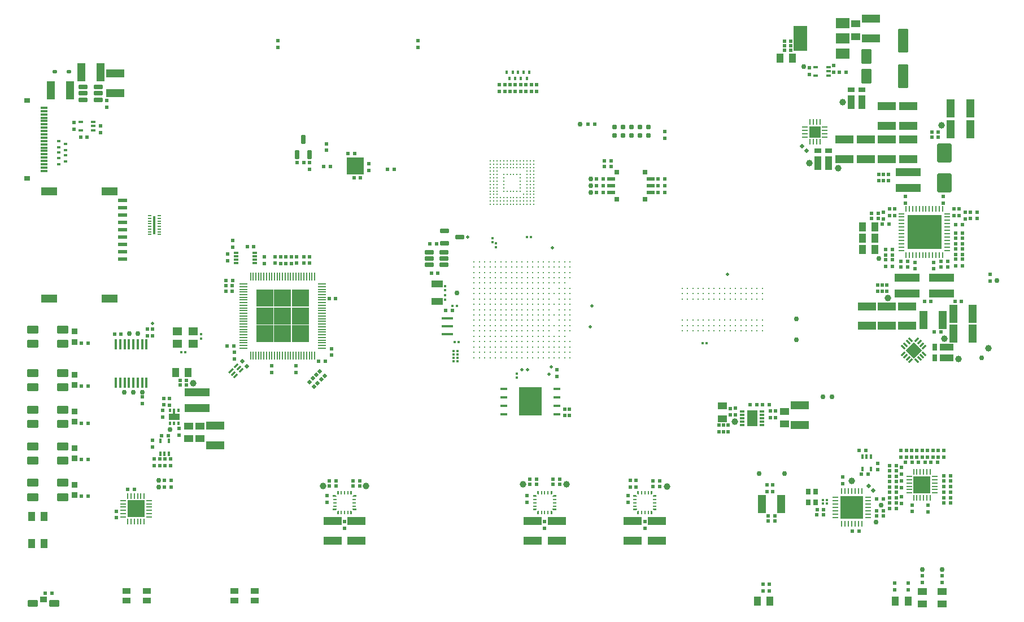
<source format=gtp>
%FSLAX23Y23*%
%MOIN*%
%SFA1B1*%

%IPPOS*%
%AMD20*
4,1,8,0.013400,-0.010000,0.013400,0.010000,0.010000,0.013400,-0.010000,0.013400,-0.013400,0.010000,-0.013400,-0.010000,-0.010000,-0.013400,0.010000,-0.013400,0.013400,-0.010000,0.0*
1,1,0.006700,0.010000,-0.010000*
1,1,0.006700,0.010000,0.010000*
1,1,0.006700,-0.010000,0.010000*
1,1,0.006700,-0.010000,-0.010000*
%
%AMD21*
4,1,8,0.016500,0.002400,0.002400,0.016500,-0.002400,0.016500,-0.016500,0.002400,-0.016500,-0.002400,-0.002400,-0.016500,0.002400,-0.016500,0.016500,-0.002400,0.016500,0.002400,0.0*
1,1,0.006700,0.014100,0.000000*
1,1,0.006700,0.000000,0.014100*
1,1,0.006700,-0.014100,0.000000*
1,1,0.006700,0.000000,-0.014100*
%
%AMD22*
4,1,8,0.040900,-0.036000,0.040900,0.036000,0.036000,0.040900,-0.036000,0.040900,-0.040900,0.036000,-0.040900,-0.036000,-0.036000,-0.040900,0.036000,-0.040900,0.040900,-0.036000,0.0*
1,1,0.009820,0.036000,-0.036000*
1,1,0.009820,0.036000,0.036000*
1,1,0.009820,-0.036000,0.036000*
1,1,0.009820,-0.036000,-0.036000*
%
%AMD23*
4,1,8,0.022200,-0.017400,0.022200,0.017400,0.017400,0.022200,-0.017400,0.022200,-0.022200,0.017400,-0.022200,-0.017400,-0.017400,-0.022200,0.017400,-0.022200,0.022200,-0.017400,0.0*
1,1,0.009780,0.017400,-0.017400*
1,1,0.009780,0.017400,0.017400*
1,1,0.009780,-0.017400,0.017400*
1,1,0.009780,-0.017400,-0.017400*
%
%AMD24*
4,1,8,-0.017700,0.013300,-0.017700,-0.013300,-0.013300,-0.017700,0.013300,-0.017700,0.017700,-0.013300,0.017700,0.013300,0.013300,0.017700,-0.013300,0.017700,-0.017700,0.013300,0.0*
1,1,0.008860,-0.013300,0.013300*
1,1,0.008860,-0.013300,-0.013300*
1,1,0.008860,0.013300,-0.013300*
1,1,0.008860,0.013300,0.013300*
%
%AMD27*
4,1,8,0.025600,0.019700,-0.025600,0.019700,-0.029500,0.015700,-0.029500,-0.015700,-0.025600,-0.019700,0.025600,-0.019700,0.029500,-0.015700,0.029500,0.015700,0.025600,0.019700,0.0*
1,1,0.007880,0.025600,0.015700*
1,1,0.007880,-0.025600,0.015700*
1,1,0.007880,-0.025600,-0.015700*
1,1,0.007880,0.025600,-0.015700*
%
%AMD28*
4,1,8,0.016100,0.017700,-0.016100,0.017700,-0.019700,0.014200,-0.019700,-0.014200,-0.016100,-0.017700,0.016100,-0.017700,0.019700,-0.014200,0.019700,0.014200,0.016100,0.017700,0.0*
1,1,0.007080,0.016100,0.014200*
1,1,0.007080,-0.016100,0.014200*
1,1,0.007080,-0.016100,-0.014200*
1,1,0.007080,0.016100,-0.014200*
%
%AMD31*
4,1,8,0.004900,-0.015000,0.004900,0.015000,0.003700,0.016200,-0.003700,0.016200,-0.004900,0.015000,-0.004900,-0.015000,-0.003700,-0.016200,0.003700,-0.016200,0.004900,-0.015000,0.0*
1,1,0.002460,0.003700,-0.015000*
1,1,0.002460,0.003700,0.015000*
1,1,0.002460,-0.003700,0.015000*
1,1,0.002460,-0.003700,-0.015000*
%
%AMD32*
4,1,8,0.016200,-0.003700,0.016200,0.003700,0.015000,0.004900,-0.015000,0.004900,-0.016200,0.003700,-0.016200,-0.003700,-0.015000,-0.004900,0.015000,-0.004900,0.016200,-0.003700,0.0*
1,1,0.002460,0.015000,-0.003700*
1,1,0.002460,0.015000,0.003700*
1,1,0.002460,-0.015000,0.003700*
1,1,0.002460,-0.015000,-0.003700*
%
%AMD34*
4,1,8,-0.031500,0.038300,-0.031500,-0.038300,-0.026500,-0.043300,0.026500,-0.043300,0.031500,-0.038300,0.031500,0.038300,0.026500,0.043300,-0.026500,0.043300,-0.031500,0.038300,0.0*
1,1,0.010080,-0.026500,0.038300*
1,1,0.010080,-0.026500,-0.038300*
1,1,0.010080,0.026500,-0.038300*
1,1,0.010080,0.026500,0.038300*
%
%AMD35*
4,1,8,0.014100,-0.007100,-0.007100,0.014100,-0.008800,0.014100,-0.014100,0.008800,-0.014100,0.007100,0.007100,-0.014100,0.008800,-0.014100,0.014100,-0.008800,0.014100,-0.007100,0.0*
1,1,0.002460,0.013200,-0.008000*
1,1,0.002460,-0.008000,0.013200*
1,1,0.002460,-0.013200,0.008000*
1,1,0.002460,0.008000,-0.013200*
%
%AMD36*
4,1,8,0.014100,0.008800,0.008800,0.014100,0.007100,0.014100,-0.014100,-0.007100,-0.014100,-0.008800,-0.008800,-0.014100,-0.007100,-0.014100,0.014100,0.007100,0.014100,0.008800,0.0*
1,1,0.002460,0.013200,0.008000*
1,1,0.002460,0.008000,0.013200*
1,1,0.002460,-0.013200,-0.008000*
1,1,0.002460,-0.008000,-0.013200*
%
%AMD37*
4,1,4,0.000000,0.046700,-0.046700,0.000000,0.000000,-0.046700,0.046700,0.000000,0.000000,0.046700,0.0*
%
%AMD44*
4,1,8,0.009600,0.008900,-0.009600,0.008900,-0.011800,0.006600,-0.011800,-0.006600,-0.009600,-0.008900,0.009600,-0.008900,0.011800,-0.006600,0.011800,0.006600,0.009600,0.008900,0.0*
1,1,0.004440,0.009600,0.006600*
1,1,0.004440,-0.009600,0.006600*
1,1,0.004440,-0.009600,-0.006600*
1,1,0.004440,0.009600,-0.006600*
%
%AMD45*
4,1,8,0.023100,0.011800,-0.023100,0.011800,-0.026100,0.008900,-0.026100,-0.008900,-0.023100,-0.011800,0.023100,-0.011800,0.026100,-0.008900,0.026100,0.008900,0.023100,0.011800,0.0*
1,1,0.005900,0.023100,0.008900*
1,1,0.005900,-0.023100,0.008900*
1,1,0.005900,-0.023100,-0.008900*
1,1,0.005900,0.023100,-0.008900*
%
%AMD53*
4,1,4,0.014100,0.000300,0.000300,0.014100,-0.014100,-0.000300,-0.000300,-0.014100,0.014100,0.000300,0.0*
%
%AMD57*
4,1,8,0.000000,-0.023600,0.000000,-0.023600,0.003900,-0.019700,0.003900,0.019700,0.000000,0.023600,0.000000,0.023600,-0.003900,0.019700,-0.003900,-0.019700,0.000000,-0.023600,0.0*
1,1,0.007880,0.000000,-0.019700*
1,1,0.007880,0.000000,-0.019700*
1,1,0.007880,0.000000,0.019700*
1,1,0.007880,0.000000,0.019700*
%
%AMD58*
4,1,8,-0.023600,0.000000,-0.023600,0.000000,-0.019700,-0.003900,0.019700,-0.003900,0.023600,0.000000,0.023600,0.000000,0.019700,0.003900,-0.019700,0.003900,-0.023600,0.000000,0.0*
1,1,0.007880,-0.019700,0.000000*
1,1,0.007880,-0.019700,0.000000*
1,1,0.007880,0.019700,0.000000*
1,1,0.007880,0.019700,0.000000*
%
%AMD61*
4,1,8,0.031200,0.021700,-0.031200,0.021700,-0.034400,0.018400,-0.034400,-0.018400,-0.031200,-0.021700,0.031200,-0.021700,0.034400,-0.018400,0.034400,0.018400,0.031200,0.021700,0.0*
1,1,0.006500,0.031200,0.018400*
1,1,0.006500,-0.031200,0.018400*
1,1,0.006500,-0.031200,-0.018400*
1,1,0.006500,0.031200,-0.018400*
%
%AMD63*
4,1,8,0.017200,-0.003700,0.017200,0.003700,0.016000,0.004900,-0.016000,0.004900,-0.017200,0.003700,-0.017200,-0.003700,-0.016000,-0.004900,0.016000,-0.004900,0.017200,-0.003700,0.0*
1,1,0.002460,0.016000,-0.003700*
1,1,0.002460,0.016000,0.003700*
1,1,0.002460,-0.016000,0.003700*
1,1,0.002460,-0.016000,-0.003700*
%
%AMD64*
4,1,8,0.004900,-0.016000,0.004900,0.016000,0.003700,0.017200,-0.003700,0.017200,-0.004900,0.016000,-0.004900,-0.016000,-0.003700,-0.017200,0.003700,-0.017200,0.004900,-0.016000,0.0*
1,1,0.002460,0.003700,-0.016000*
1,1,0.002460,0.003700,0.016000*
1,1,0.002460,-0.003700,0.016000*
1,1,0.002460,-0.003700,-0.016000*
%
%AMD72*
4,1,8,-0.011800,0.023100,-0.011800,-0.023100,-0.008900,-0.026100,0.008900,-0.026100,0.011800,-0.023100,0.011800,0.023100,0.008900,0.026100,-0.008900,0.026100,-0.011800,0.023100,0.0*
1,1,0.005900,-0.008900,0.023100*
1,1,0.005900,-0.008900,-0.023100*
1,1,0.005900,0.008900,-0.023100*
1,1,0.005900,0.008900,0.023100*
%
%AMD73*
4,1,8,0.019700,-0.004700,0.019700,0.004700,0.018500,0.005900,-0.018500,0.005900,-0.019700,0.004700,-0.019700,-0.004700,-0.018500,-0.005900,0.018500,-0.005900,0.019700,-0.004700,0.0*
1,1,0.002360,0.018500,-0.004700*
1,1,0.002360,0.018500,0.004700*
1,1,0.002360,-0.018500,0.004700*
1,1,0.002360,-0.018500,-0.004700*
%
%AMD74*
4,1,8,0.015700,-0.011800,0.015700,0.011800,0.012800,0.014800,-0.012800,0.014800,-0.015700,0.011800,-0.015700,-0.011800,-0.012800,-0.014800,0.012800,-0.014800,0.015700,-0.011800,0.0*
1,1,0.005900,0.012800,-0.011800*
1,1,0.005900,0.012800,0.011800*
1,1,0.005900,-0.012800,0.011800*
1,1,0.005900,-0.012800,-0.011800*
%
%AMD80*
4,1,8,-0.007900,0.027100,-0.007900,-0.027100,-0.005900,-0.029000,0.005900,-0.029000,0.007900,-0.027100,0.007900,0.027100,0.005900,0.029000,-0.005900,0.029000,-0.007900,0.027100,0.0*
1,1,0.003940,-0.005900,0.027100*
1,1,0.003940,-0.005900,-0.027100*
1,1,0.003940,0.005900,-0.027100*
1,1,0.003940,0.005900,0.027100*
%
%AMD85*
4,1,4,-0.014800,-0.000700,-0.000700,-0.014800,0.014800,0.000700,0.000700,0.014800,-0.014800,-0.000700,0.0*
%
%AMD86*
4,1,4,0.015700,0.007900,0.007900,0.015700,-0.015700,-0.007900,-0.007900,-0.015700,0.015700,0.007900,0.0*
%
%AMD87*
4,1,4,0.014300,0.006500,0.006500,0.014300,-0.014300,-0.006500,-0.006500,-0.014300,0.014300,0.006500,0.0*
%
%AMD89*
4,1,8,-0.015700,0.003700,-0.015700,-0.003700,-0.014500,-0.004900,0.014500,-0.004900,0.015700,-0.003700,0.015700,0.003700,0.014500,0.004900,-0.014500,0.004900,-0.015700,0.003700,0.0*
1,1,0.002460,-0.014500,0.003700*
1,1,0.002460,-0.014500,-0.003700*
1,1,0.002460,0.014500,-0.003700*
1,1,0.002460,0.014500,0.003700*
%
%AMD90*
4,1,8,-0.004900,0.014500,-0.004900,-0.014500,-0.003700,-0.015700,0.003700,-0.015700,0.004900,-0.014500,0.004900,0.014500,0.003700,0.015700,-0.003700,0.015700,-0.004900,0.014500,0.0*
1,1,0.002460,-0.003700,0.014500*
1,1,0.002460,-0.003700,-0.014500*
1,1,0.002460,0.003700,-0.014500*
1,1,0.002460,0.003700,0.014500*
%
%AMD96*
4,1,8,0.017700,0.007900,-0.017700,0.007900,-0.019700,0.005900,-0.019700,-0.005900,-0.017700,-0.007900,0.017700,-0.007900,0.019700,-0.005900,0.019700,0.005900,0.017700,0.007900,0.0*
1,1,0.003940,0.017700,0.005900*
1,1,0.003940,-0.017700,0.005900*
1,1,0.003940,-0.017700,-0.005900*
1,1,0.003940,0.017700,-0.005900*
%
%AMD101*
4,1,8,-0.043300,0.046500,-0.043300,-0.046500,-0.034600,-0.055100,0.034600,-0.055100,0.043300,-0.046500,0.043300,0.046500,0.034600,0.055100,-0.034600,0.055100,-0.043300,0.046500,0.0*
1,1,0.017320,-0.034600,0.046500*
1,1,0.017320,-0.034600,-0.046500*
1,1,0.017320,0.034600,-0.046500*
1,1,0.017320,0.034600,0.046500*
%
%AMD102*
4,1,8,-0.031500,0.063900,-0.031500,-0.063900,-0.026500,-0.068900,0.026500,-0.068900,0.031500,-0.063900,0.031500,0.063900,0.026500,0.068900,-0.026500,0.068900,-0.031500,0.063900,0.0*
1,1,0.010080,-0.026500,0.063900*
1,1,0.010080,-0.026500,-0.063900*
1,1,0.010080,0.026500,-0.063900*
1,1,0.010080,0.026500,0.063900*
%
G04~CAMADD=20~8~0.0~0.0~267.7~267.7~33.5~0.0~15~0.0~0.0~0.0~0.0~0~0.0~0.0~0.0~0.0~0~0.0~0.0~0.0~270.0~268.0~268.0*
%ADD20D20*%
G04~CAMADD=21~8~0.0~0.0~267.7~267.7~33.5~0.0~15~0.0~0.0~0.0~0.0~0~0.0~0.0~0.0~0.0~0~0.0~0.0~0.0~315.0~350.0~350.0*
%ADD21D21*%
G04~CAMADD=22~8~0.0~0.0~818.9~818.9~49.1~0.0~15~0.0~0.0~0.0~0.0~0~0.0~0.0~0.0~0.0~0~0.0~0.0~0.0~270.0~818.0~818.0*
%ADD22D22*%
G04~CAMADD=23~8~0.0~0.0~444.9~444.9~48.9~0.0~15~0.0~0.0~0.0~0.0~0~0.0~0.0~0.0~0.0~0~0.0~0.0~0.0~270.0~444.0~444.0*
%ADD23D23*%
G04~CAMADD=24~8~0.0~0.0~354.3~354.3~44.3~0.0~15~0.0~0.0~0.0~0.0~0~0.0~0.0~0.0~0.0~0~0.0~0.0~0.0~90.0~354.0~354.0*
%ADD24D24*%
%ADD25R,0.023230X0.031500*%
%ADD26R,0.011810X0.023620*%
G04~CAMADD=27~8~0.0~0.0~590.6~393.7~39.4~0.0~15~0.0~0.0~0.0~0.0~0~0.0~0.0~0.0~0.0~0~0.0~0.0~0.0~0.0~590.6~393.7*
%ADD27D27*%
G04~CAMADD=28~8~0.0~0.0~393.7~354.3~35.4~0.0~15~0.0~0.0~0.0~0.0~0~0.0~0.0~0.0~0.0~0~0.0~0.0~0.0~0.0~393.7~354.3*
%ADD28D28*%
%ADD29R,0.020000X0.022000*%
%ADD30R,0.145670X0.047240*%
G04~CAMADD=31~8~0.0~0.0~324.8~98.4~12.3~0.0~15~0.0~0.0~0.0~0.0~0~0.0~0.0~0.0~0.0~0~0.0~0.0~0.0~270.0~98.0~324.0*
%ADD31D31*%
G04~CAMADD=32~8~0.0~0.0~98.4~324.8~12.3~0.0~15~0.0~0.0~0.0~0.0~0~0.0~0.0~0.0~0.0~0~0.0~0.0~0.0~270.0~324.0~98.0*
%ADD32D32*%
%ADD33R,0.066140X0.066140*%
G04~CAMADD=34~8~0.0~0.0~866.1~629.9~50.4~0.0~15~0.0~0.0~0.0~0.0~0~0.0~0.0~0.0~0.0~0~0.0~0.0~0.0~90.0~630.0~866.0*
%ADD34D34*%
G04~CAMADD=35~8~0.0~0.0~324.8~98.4~12.3~0.0~15~0.0~0.0~0.0~0.0~0~0.0~0.0~0.0~0.0~0~0.0~0.0~0.0~315.0~290.0~289.0*
%ADD35D35*%
G04~CAMADD=36~8~0.0~0.0~98.4~324.8~12.3~0.0~15~0.0~0.0~0.0~0.0~0~0.0~0.0~0.0~0.0~0~0.0~0.0~0.0~315.0~290.0~289.0*
%ADD36D36*%
G04~CAMADD=37~10~0.0~661.4~0.0~0.0~0.0~0.0~0~0.0~0.0~0.0~0.0~0~0.0~0.0~0.0~0.0~0~0.0~0.0~0.0~405.0~661.4~0.0*
%ADD37D37*%
%ADD38R,0.013780X0.021650*%
%ADD39R,0.031500X0.011810*%
%ADD40R,0.023620X0.011810*%
%ADD41R,0.021970X0.010000*%
%ADD42R,0.010000X0.021970*%
%ADD43R,0.045000X0.105000*%
G04~CAMADD=44~8~0.0~0.0~236.2~177.2~22.2~0.0~15~0.0~0.0~0.0~0.0~0~0.0~0.0~0.0~0.0~0~0.0~0.0~0.0~0.0~236.2~177.2*
%ADD44D44*%
G04~CAMADD=45~8~0.0~0.0~521.7~236.2~29.5~0.0~15~0.0~0.0~0.0~0.0~0~0.0~0.0~0.0~0.0~0~0.0~0.0~0.0~0.0~521.7~236.2*
%ADD45D45*%
%ADD46R,0.105000X0.045000*%
%ADD47R,0.022000X0.020000*%
%ADD48R,0.019680X0.020470*%
%ADD49C,0.029530*%
%ADD50R,0.015750X0.012210*%
%ADD51C,0.019680*%
%ADD52C,0.039370*%
G04~CAMADD=53~9~0.0~0.0~196.8~204.7~0.0~0.0~0~0.0~0.0~0.0~0.0~0~0.0~0.0~0.0~0.0~0~0.0~0.0~0.0~315.0~282.0~281.0*
%ADD53D53*%
%ADD54R,0.039370X0.082680*%
%ADD55R,0.039370X0.027560*%
%ADD56R,0.020470X0.019680*%
G04~CAMADD=57~8~0.0~0.0~78.7~472.4~39.4~0.0~15~0.0~0.0~0.0~0.0~0~0.0~0.0~0.0~0.0~0~0.0~0.0~0.0~180.0~78.0~472.0*
%ADD57D57*%
G04~CAMADD=58~8~0.0~0.0~78.7~472.4~39.4~0.0~15~0.0~0.0~0.0~0.0~0~0.0~0.0~0.0~0.0~0~0.0~0.0~0.0~90.0~472.0~78.0*
%ADD58D58*%
%ADD59R,0.104990X0.104990*%
%ADD60R,0.040000X0.056000*%
G04~CAMADD=61~8~0.0~0.0~689.0~433.1~32.5~0.0~15~0.0~0.0~0.0~0.0~0~0.0~0.0~0.0~0.0~0~0.0~0.0~0.0~0.0~689.0~433.1*
%ADD61D61*%
%ADD62R,0.032280X0.035000*%
G04~CAMADD=63~8~0.0~0.0~98.4~344.5~12.3~0.0~15~0.0~0.0~0.0~0.0~0~0.0~0.0~0.0~0.0~0~0.0~0.0~0.0~270.0~344.0~98.0*
%ADD63D63*%
G04~CAMADD=64~8~0.0~0.0~344.5~98.4~12.3~0.0~15~0.0~0.0~0.0~0.0~0~0.0~0.0~0.0~0.0~0~0.0~0.0~0.0~270.0~98.0~344.0*
%ADD64D64*%
%ADD65R,0.202760X0.202760*%
%ADD66R,0.038390X0.055120*%
%ADD67R,0.017720X0.012600*%
%ADD68R,0.015750X0.025590*%
%ADD69R,0.102360X0.102360*%
%ADD70R,0.082680X0.039370*%
%ADD71R,0.027560X0.039370*%
G04~CAMADD=72~8~0.0~0.0~521.7~236.2~29.5~0.0~15~0.0~0.0~0.0~0.0~0~0.0~0.0~0.0~0.0~0~0.0~0.0~0.0~90.0~236.0~522.0*
%ADD72D72*%
G04~CAMADD=73~8~0.0~0.0~118.1~393.7~11.8~0.0~15~0.0~0.0~0.0~0.0~0~0.0~0.0~0.0~0.0~0~0.0~0.0~0.0~270.0~394.0~118.0*
%ADD73D73*%
G04~CAMADD=74~8~0.0~0.0~295.3~315.0~29.5~0.0~15~0.0~0.0~0.0~0.0~0~0.0~0.0~0.0~0.0~0~0.0~0.0~0.0~270.0~316.0~295.0*
%ADD74D74*%
%ADD75R,0.094490X0.047240*%
%ADD76R,0.055120X0.024020*%
%ADD77R,0.025590X0.015750*%
%ADD78R,0.016000X0.110000*%
%ADD79R,0.023810X0.008030*%
G04~CAMADD=80~8~0.0~0.0~580.7~157.5~19.7~0.0~15~0.0~0.0~0.0~0.0~0~0.0~0.0~0.0~0.0~0~0.0~0.0~0.0~90.0~158.0~582.0*
%ADD80D80*%
%ADD81R,0.055120X0.047240*%
%ADD82R,0.046000X0.033000*%
%ADD83R,0.056000X0.040000*%
%ADD84R,0.012600X0.017720*%
G04~CAMADD=85~9~0.0~0.0~200.0~220.0~0.0~0.0~0~0.0~0.0~0.0~0.0~0~0.0~0.0~0.0~0.0~0~0.0~0.0~0.0~135.0~296.0~295.0*
%ADD85D85*%
G04~CAMADD=86~9~0.0~0.0~110.2~334.7~0.0~0.0~0~0.0~0.0~0.0~0.0~0~0.0~0.0~0.0~0.0~0~0.0~0.0~0.0~315.0~314.0~313.0*
%ADD86D86*%
G04~CAMADD=87~9~0.0~0.0~110.2~295.3~0.0~0.0~0~0.0~0.0~0.0~0.0~0~0.0~0.0~0.0~0.0~0~0.0~0.0~0.0~315.0~286.0~285.0*
%ADD87D87*%
%ADD88R,0.131890X0.131890*%
G04~CAMADD=89~8~0.0~0.0~98.4~315.0~12.3~0.0~15~0.0~0.0~0.0~0.0~0~0.0~0.0~0.0~0.0~0~0.0~0.0~0.0~90.0~314.0~98.0*
%ADD89D89*%
G04~CAMADD=90~8~0.0~0.0~315.0~98.4~12.3~0.0~15~0.0~0.0~0.0~0.0~0~0.0~0.0~0.0~0.0~0~0.0~0.0~0.0~90.0~98.0~314.0*
%ADD90D90*%
%ADD91R,0.029530X0.033470*%
%ADD92R,0.055120X0.038390*%
%ADD93R,0.029530X0.011810*%
%ADD94R,0.064960X0.094490*%
%ADD95R,0.012210X0.015750*%
G04~CAMADD=96~8~0.0~0.0~393.7~157.5~19.7~0.0~15~0.0~0.0~0.0~0.0~0~0.0~0.0~0.0~0.0~0~0.0~0.0~0.0~0.0~393.7~157.5*
%ADD96D96*%
%ADD97R,0.133860X0.169290*%
%ADD98R,0.068900X0.015750*%
%ADD99R,0.066930X0.043310*%
%ADD100C,0.012600*%
G04~CAMADD=101~8~0.0~0.0~1102.4~866.1~86.6~0.0~15~0.0~0.0~0.0~0.0~0~0.0~0.0~0.0~0.0~0~0.0~0.0~0.0~90.0~866.0~1102.0*
%ADD101D101*%
G04~CAMADD=102~8~0.0~0.0~1378.0~629.9~50.4~0.0~15~0.0~0.0~0.0~0.0~0~0.0~0.0~0.0~0.0~0~0.0~0.0~0.0~90.0~630.0~1378.0*
%ADD102D102*%
%ADD103R,0.078740X0.059060*%
%ADD104R,0.078740X0.149610*%
%ADD105C,0.010430*%
%ADD106R,0.047240X0.019680*%
%ADD107R,0.027560X0.027560*%
%ADD108C,0.031000*%
%LNbenchy-mb-pcb-changes-1*%
%LPD*%
G36*
X1697Y1946D02*
X1723D01*
Y1908*
X1658*
Y1946*
X1684*
Y1976*
X1697*
Y1946*
G37*
G36*
X2740Y1473D02*
X2735Y1468D01*
X2730*
Y1490*
X2740*
Y1473*
G37*
G36*
X2662Y1468D02*
X2657D01*
X2652Y1473*
Y1490*
X2662*
Y1468*
G37*
G36*
X4512Y1473D02*
X4507Y1468D01*
X4502*
Y1490*
X4512*
Y1473*
G37*
G36*
X4434Y1468D02*
X4429D01*
X4424Y1473*
Y1490*
X4434*
Y1468*
G37*
G36*
X3921Y1473D02*
X3916Y1468D01*
X3911*
Y1490*
X3921*
Y1473*
G37*
G36*
X3843Y1468D02*
X3838D01*
X3833Y1473*
Y1490*
X3843*
Y1468*
G37*
G36*
X2765Y1455D02*
X2743D01*
Y1460*
X2748Y1465*
X2765*
Y1455*
G37*
G36*
X2649Y1460D02*
Y1455D01*
X2627*
Y1465*
X2644*
X2649Y1460*
G37*
G36*
X4537Y1455D02*
X4515D01*
Y1460*
X4520Y1465*
X4537*
Y1455*
G37*
G36*
X4421Y1460D02*
Y1455D01*
X4399*
Y1465*
X4416*
X4421Y1460*
G37*
G36*
X3946Y1455D02*
X3924D01*
Y1460*
X3929Y1465*
X3946*
Y1455*
G37*
G36*
X3830Y1460D02*
Y1455D01*
X3808*
Y1465*
X3825*
X3830Y1460*
G37*
G36*
X2765Y1377D02*
X2748D01*
X2743Y1382*
Y1387*
X2765*
Y1377*
G37*
G36*
X2649Y1382D02*
X2644Y1377D01*
X2627*
Y1387*
X2649*
Y1382*
G37*
G36*
X4537Y1377D02*
X4520D01*
X4515Y1382*
Y1387*
X4537*
Y1377*
G37*
G36*
X4421Y1382D02*
X4416Y1377D01*
X4399*
Y1387*
X4421*
Y1382*
G37*
G36*
X3946Y1377D02*
X3929D01*
X3924Y1382*
Y1387*
X3946*
Y1377*
G37*
G36*
X3830Y1382D02*
X3825Y1377D01*
X3808*
Y1387*
X3830*
Y1382*
G37*
G36*
X2740Y1369D02*
Y1352D01*
X2730*
Y1374*
X2735*
X2740Y1369*
G37*
G36*
X2662Y1352D02*
X2652D01*
Y1369*
X2657Y1374*
X2662*
Y1352*
G37*
G36*
X4512Y1369D02*
Y1352D01*
X4502*
Y1374*
X4507*
X4512Y1369*
G37*
G36*
X4434Y1352D02*
X4424D01*
Y1369*
X4429Y1374*
X4434*
Y1352*
G37*
G36*
X3921Y1369D02*
Y1352D01*
X3911*
Y1374*
X3916*
X3921Y1369*
G37*
G36*
X3843Y1352D02*
X3833D01*
Y1369*
X3838Y1374*
X3843*
Y1352*
G37*
G54D20*
X5455Y3627D03*
X5488D03*
Y3594D03*
X5455D03*
G54D21*
X6031Y2320D03*
X6055Y2344D03*
X6078Y2320D03*
X6055Y2297D03*
G54D22*
X6067Y2968D03*
Y3070D03*
X6168Y2968D03*
Y3070D03*
G54D23*
X6129Y1553D03*
Y1501D03*
X6078Y1553D03*
Y1501D03*
X1439Y1359D03*
X1490D03*
X1439Y1410D03*
X1490D03*
G54D24*
X5644Y1437D03*
X5733Y1393D03*
X5644D03*
X5688Y1349D03*
X5733Y1437D03*
Y1349D03*
X5688Y1437D03*
X5644Y1349D03*
X5688Y1393D03*
G54D25*
X5118Y1938D03*
X5086D03*
Y1899D03*
X5118D03*
G54D26*
X3787Y3963D03*
X3751D03*
X3720D03*
X3688D03*
X3653D03*
X3669Y3926D03*
X3704D03*
X3736D03*
X3771D03*
G54D27*
X983Y826D03*
X857D03*
G54D28*
X920Y850D03*
G54D29*
X928Y887D03*
X968D03*
X6231Y1482D03*
X6271D03*
X5913Y1545D03*
X5953D03*
X5913Y1576D03*
X5953D03*
X5913Y1639D03*
X5953D03*
X5913Y1484D03*
X5953D03*
X5913Y1450D03*
X5953D03*
X5913Y1387D03*
X5953D03*
X2035Y2734D03*
X1995D03*
X6256Y2846D03*
X6216D03*
X6256Y2814D03*
X6216D03*
X6342Y3013D03*
X6302D03*
Y2950D03*
X6342D03*
Y2887D03*
X6302D03*
X5980Y2814D03*
X6020D03*
Y2846D03*
X5980D03*
X5483Y1348D03*
X5523D03*
X5747Y1588D03*
X5787D03*
X5836Y1442D03*
X5876D03*
X5731Y1730D03*
X5771D03*
X6047Y1659D03*
X6007D03*
X6122D03*
X6082D03*
X6197D03*
X6157D03*
X6271Y1419D03*
X6231D03*
X6271Y1450D03*
X6231D03*
X6271Y1515D03*
X6231D03*
X6271Y1549D03*
X6231D03*
X6271Y1580D03*
X6231D03*
X5929Y2883D03*
X5889D03*
X2988Y3391D03*
X2948D03*
X2574Y3407D03*
X2614D03*
X2457Y3431D03*
X2417D03*
X2785Y1519D03*
X2745D03*
Y1549D03*
X2785D03*
X2607Y1519D03*
X2647D03*
Y1549D03*
X2607D03*
X1417Y1501D03*
X1457D03*
X4515Y1517D03*
X4555D03*
Y1549D03*
X4515D03*
X3966Y1529D03*
X3926D03*
Y1559D03*
X3966D03*
X3789Y1529D03*
X3829D03*
Y1559D03*
X3789D03*
X1141Y2108D03*
X1181D03*
X1141Y2364D03*
X1181D03*
X1141Y1675D03*
X1181D03*
X1141Y1891D03*
X1181D03*
X1617Y1816D03*
X1657D03*
X1633Y1553D03*
X1673D03*
Y1513D03*
X1633D03*
X5201Y2001D03*
X5161D03*
X5130D03*
X5090D03*
X3294Y2557D03*
X3334D03*
X3200Y2950D03*
X3240D03*
X5657Y3962D03*
X5617D03*
X4228Y3438D03*
X4268D03*
X4228Y3407D03*
X4268D03*
X4224Y3332D03*
X4184D03*
X4224Y3293D03*
X4184D03*
X4224Y3253D03*
X4184D03*
X4586Y3332D03*
X4546D03*
X4586Y3293D03*
X4546D03*
X4586Y3253D03*
X4546D03*
X4133Y3655D03*
X4173D03*
X1181Y1458D03*
X1141D03*
G54D30*
X6220Y2751D03*
Y2657D03*
X6015Y2751D03*
Y2657D03*
X6023Y3279D03*
Y3374D03*
X1826Y1978D03*
Y2072D03*
G54D31*
X5501Y3669D03*
X5481D03*
X5461D03*
X5442D03*
Y3553D03*
X5461D03*
X5481D03*
X5501D03*
X1415Y1461D03*
X1435D03*
X1455D03*
X1475D03*
X1494D03*
X1514D03*
Y1308D03*
X1494D03*
X1475D03*
X1455D03*
X1435D03*
X1415D03*
G54D32*
X5414Y3640D03*
Y3621D03*
Y3601D03*
Y3581D03*
X5529D03*
Y3601D03*
Y3621D03*
Y3640D03*
X1388Y1336D03*
Y1355D03*
Y1375D03*
Y1395D03*
Y1414D03*
Y1434D03*
X1541D03*
Y1414D03*
X1541Y1395D03*
Y1375D03*
X1541Y1355D03*
Y1336D03*
G54D33*
X5471Y3611D03*
G54D34*
X5775Y3938D03*
Y4057D03*
G54D35*
X6035Y2382D03*
X6021Y2368D03*
X6007Y2354D03*
X5993Y2340D03*
X6074Y2259D03*
X6088Y2273D03*
X6102Y2287D03*
X6116Y2301D03*
G54D36*
X5993Y2301D03*
X6007Y2287D03*
X6021Y2273D03*
X6035Y2259D03*
X6116Y2340D03*
X6102Y2354D03*
X6088Y2368D03*
X6074Y2382D03*
G54D37*
X6055Y2320D03*
G54D38*
X1716Y1888D03*
X1690D03*
X1665D03*
X1716Y1965D03*
X1665D03*
G54D39*
X2165Y2895D03*
Y2875D03*
Y2856D03*
Y2836D03*
X2055D03*
Y2856D03*
Y2875D03*
Y2895D03*
G54D40*
X1010Y3555D03*
Y3519D03*
Y3488D03*
Y3456D03*
Y3421D03*
X1048Y3437D03*
Y3472D03*
Y3503D03*
Y3539D03*
G54D41*
X4410Y1440D03*
Y1421D03*
Y1401D03*
X4526D03*
Y1421D03*
Y1440D03*
X3819D03*
Y1421D03*
Y1401D03*
X3935D03*
Y1421D03*
Y1440D03*
X2638D03*
Y1421D03*
Y1401D03*
X2754D03*
Y1421D03*
Y1440D03*
G54D42*
X4449Y1363D03*
X4468D03*
X4488D03*
Y1479D03*
X4468D03*
X4449D03*
X3858Y1363D03*
X3877D03*
X3897D03*
Y1479D03*
X3877D03*
X3858D03*
X2677Y1363D03*
X2696D03*
X2716D03*
Y1479D03*
X2696D03*
X2677D03*
G54D43*
X1256Y3964D03*
X1141D03*
X961Y3856D03*
X1077D03*
X6227Y2500D03*
X6111D03*
X5158Y1413D03*
X5274D03*
X6288Y2535D03*
X6404D03*
X6288Y2421D03*
X6404D03*
X6272Y3625D03*
X6388D03*
X6272Y3751D03*
X6388D03*
G54D44*
X1068Y3966D03*
X986D03*
G54D45*
X1154Y3875D03*
Y3838D03*
Y3801D03*
X1243D03*
Y3838D03*
Y3875D03*
X3285Y3027D03*
Y2952D03*
X3375Y2990D03*
X3284Y2826D03*
Y2864D03*
Y2901D03*
X3195D03*
Y2864D03*
Y2826D03*
G54D46*
X1344Y3955D03*
Y3839D03*
X6023Y3449D03*
Y3565D03*
X5897Y3449D03*
Y3565D03*
X5771Y3449D03*
Y3565D03*
X5645Y3449D03*
Y3565D03*
X6015Y2581D03*
Y2465D03*
X5897Y2581D03*
Y2465D03*
X5779Y2581D03*
Y2465D03*
X2767Y1197D03*
Y1313D03*
X2625Y1197D03*
Y1313D03*
X3807Y1197D03*
Y1313D03*
X3948Y1197D03*
Y1313D03*
X4397D03*
Y1197D03*
X4539Y1313D03*
Y1197D03*
X1933Y1758D03*
Y1875D03*
X5381Y1880D03*
Y1997D03*
X6023Y3762D03*
Y3646D03*
X5897Y3762D03*
Y3646D03*
X5803Y4164D03*
Y4280D03*
G54D47*
X5984Y1455D03*
Y1415D03*
X2381Y2834D03*
Y2874D03*
X2350Y2834D03*
Y2874D03*
X2318Y2834D03*
Y2874D03*
X2224D03*
Y2834D03*
X2035Y2930D03*
Y2970D03*
X2007Y2850D03*
Y2890D03*
X5877Y3136D03*
Y3096D03*
X5913Y3155D03*
Y3115D03*
X6322Y3155D03*
Y3115D03*
X6358Y3136D03*
Y3096D03*
X5204Y939D03*
Y899D03*
X5165Y939D03*
Y899D03*
X5224Y1485D03*
Y1525D03*
X5188Y1485D03*
Y1525D03*
X5984Y1509D03*
Y1549D03*
Y1588D03*
Y1628D03*
X6232Y1730D03*
Y1690D03*
X6169D03*
Y1730D03*
X6137Y1690D03*
Y1730D03*
X6074D03*
Y1690D03*
X6043D03*
Y1730D03*
X5980D03*
Y1690D03*
X6139Y1367D03*
Y1407D03*
X5944Y3115D03*
Y3155D03*
X2838Y3423D03*
Y3383D03*
X2488Y3391D03*
Y3431D03*
X1293Y3755D03*
Y3795D03*
X1255Y3645D03*
Y3605D03*
X1098Y3665D03*
Y3625D03*
X1531Y2407D03*
Y2447D03*
X1562D03*
Y2407D03*
X2594Y1422D03*
Y1462D03*
X4370D03*
Y1422D03*
X4417Y1553D03*
Y1513D03*
X4381D03*
Y1553D03*
X3771Y1422D03*
Y1462D03*
X1503Y2045D03*
Y2005D03*
X1661Y2037D03*
Y1997D03*
X1622Y1966D03*
Y1926D03*
X1574Y1639D03*
Y1679D03*
X1669D03*
Y1639D03*
X1637D03*
Y1679D03*
X2047Y2271D03*
Y2311D03*
X6106Y990D03*
Y950D03*
X6224Y990D03*
Y950D03*
X6023Y907D03*
Y947D03*
X5944Y907D03*
Y947D03*
X5240Y1922D03*
Y1962D03*
X5208D03*
Y1922D03*
X5003Y1978D03*
Y1938D03*
X3948Y2167D03*
Y2207D03*
X6505Y2770D03*
Y2730D03*
X6291Y3115D03*
Y3155D03*
X5440Y3988D03*
Y3948D03*
X5584Y4004D03*
Y3964D03*
X2303Y4151D03*
Y4111D03*
X3129Y4151D03*
Y4111D03*
X4586Y3572D03*
Y3612D03*
X3830Y3850D03*
Y3890D03*
X3799Y3850D03*
Y3890D03*
X3767Y3850D03*
Y3890D03*
X3736Y3850D03*
Y3890D03*
X3704Y3850D03*
Y3890D03*
X3673Y3850D03*
Y3890D03*
X3641Y3850D03*
Y3890D03*
X3610Y3850D03*
Y3890D03*
G54D48*
X5914Y1608D03*
X5951D03*
X5914Y1513D03*
X5951D03*
X5914Y1419D03*
X5951D03*
X1996Y2702D03*
X2034D03*
X1725Y2116D03*
X1762D03*
X1725Y2143D03*
X1762D03*
X2160Y2933D03*
X2122D03*
X2034Y2671D03*
X1996D03*
X5870Y3066D03*
X5908D03*
X5807Y3100D03*
X5845D03*
X6215Y2429D03*
X6177D03*
X6118Y2608D03*
X6156D03*
X6428Y3135D03*
X6390D03*
X6428Y3100D03*
X6390D03*
X6341Y3064D03*
X6303D03*
X6341Y2982D03*
X6303D03*
X6341Y2919D03*
X6303D03*
X5522Y1379D03*
X5485D03*
X5197Y1314D03*
X5235D03*
X5197Y1344D03*
X5235D03*
X6298Y2610D03*
X6335D03*
X5890Y2915D03*
X5928D03*
X5807Y3131D03*
X5845D03*
X2790Y3340D03*
X2752D03*
X2755Y3482D03*
X2717D03*
X1138Y3580D03*
X1176D03*
X1339Y2415D03*
X1377D03*
X2042Y2346D03*
X2004D03*
X2544Y2257D03*
X2581D03*
X2607Y2627D03*
X2644D03*
X5837Y1374D03*
X5875D03*
X5837Y1344D03*
X5875D03*
X5693Y1253D03*
X5731D03*
X3209Y2777D03*
X3247D03*
X6200Y3578D03*
X6162D03*
X6200Y3610D03*
X6162D03*
X5329Y4147D03*
X5292D03*
X5329Y4120D03*
X5292D03*
X5329Y4092D03*
X5292D03*
G54D49*
X3360Y2661D03*
X1397Y2072D03*
X1448D03*
X1503D03*
X5291Y1592D03*
X5141D03*
X5574Y2045D03*
X5519D03*
X5862Y1407D03*
X5850Y2864D03*
X1476Y2421D03*
X1425Y2419D03*
X1665Y1852D03*
X1598Y1553D03*
Y1513D03*
X5834Y1305D03*
X6224Y1025D03*
X6106D03*
X5362Y2505D03*
Y2383D03*
X6456Y2277D03*
X6547Y2734D03*
X5405Y3996D03*
X4149Y3253D03*
Y3293D03*
Y3332D03*
X4086Y3655D03*
G54D50*
X3370Y2368D03*
X3346D03*
X3362Y2316D03*
X3338D03*
X3362Y2297D03*
X3338D03*
X3362Y2277D03*
X3338D03*
X3362Y2257D03*
X3338D03*
X3771Y2990D03*
X3795D03*
X4834Y2364D03*
X4810D03*
G54D51*
X3917Y2222D03*
X1562Y2478D03*
X3901Y2179D03*
X3775Y2206D03*
X3744D03*
X3421Y2990D03*
X3921Y2927D03*
X4145Y2458D03*
X4157Y2584D03*
X4956Y2769D03*
G54D52*
X1803Y2127D03*
X5440Y3427D03*
X5608Y3397D03*
X6236Y2389D03*
X5901Y2631D03*
X5688Y1549D03*
X5635Y3785D03*
X2568Y1519D03*
X2824D03*
X4598Y1517D03*
X4005Y1529D03*
X3750D03*
X5000Y1899D03*
X6318Y2271D03*
X6496Y2332D03*
X6220Y3649D03*
G54D53*
X5396Y3527D03*
X5422Y3500D03*
X5816Y1492D03*
X5789Y1519D03*
G54D54*
X5490Y3427D03*
X5553D03*
X5685Y3787D03*
X5748D03*
G54D55*
X5553Y3499D03*
X5490D03*
X5748Y3859D03*
X5685D03*
G54D56*
X2456Y2835D03*
Y2873D03*
X2488Y2835D03*
Y2873D03*
X2413Y2835D03*
Y2873D03*
X2287Y2835D03*
Y2873D03*
X6062Y2841D03*
Y2803D03*
X6173Y2841D03*
Y2803D03*
X6342Y2821D03*
Y2859D03*
X6303D03*
Y2821D03*
X5897Y2670D03*
Y2707D03*
X5870Y2670D03*
Y2707D03*
X5842Y2670D03*
Y2707D03*
X5637Y1534D03*
Y1572D03*
X6045Y1406D03*
Y1368D03*
X5842Y1616D03*
Y1654D03*
X6200Y1729D03*
Y1691D03*
X6011Y1729D03*
Y1691D03*
X6106Y1729D03*
Y1691D03*
X5929Y2855D03*
Y2817D03*
X5889Y2855D03*
Y2817D03*
X6007Y3191D03*
Y3229D03*
X5905Y3361D03*
Y3323D03*
X5877Y3361D03*
Y3323D03*
X5850Y3361D03*
Y3323D03*
X2588Y3502D03*
Y3540D03*
X1350Y1371D03*
Y1333D03*
X2696Y1270D03*
Y1308D03*
X3877Y1270D03*
Y1308D03*
X4468D03*
Y1270D03*
X1629Y1998D03*
Y2036D03*
X1720Y1821D03*
Y1859D03*
X1562Y1750D03*
Y1788D03*
X1606Y1678D03*
Y1640D03*
X2267Y2229D03*
Y2191D03*
X2409Y2229D03*
Y2191D03*
X2618Y2329D03*
Y2292D03*
X4972Y1939D03*
Y1977D03*
X4960Y1879D03*
Y1841D03*
X4933Y1879D03*
Y1841D03*
X4905Y1879D03*
Y1841D03*
X3996Y1973D03*
Y1935D03*
X4023Y1973D03*
Y1935D03*
X6228Y3191D03*
Y3229D03*
G54D57*
X2141Y2291D03*
X2157D03*
X2173D03*
X2188D03*
X2204D03*
X2220D03*
X2236D03*
X2251D03*
X2267D03*
X2283D03*
X2299D03*
X2314D03*
X2330D03*
X2346D03*
X2362D03*
X2377D03*
X2393D03*
X2409D03*
X2425D03*
X2440D03*
X2456D03*
X2472D03*
X2488D03*
X2503D03*
X2519D03*
Y2755D03*
X2503D03*
X2488D03*
X2472Y2755D03*
X2456D03*
X2440D03*
X2425D03*
X2409D03*
X2393D03*
X2377D03*
X2362Y2755D03*
X2346Y2755D03*
X2330Y2755D03*
X2314Y2755D03*
X2299Y2755D03*
X2283Y2755D03*
X2267D03*
X2251D03*
X2236D03*
X2220D03*
X2204D03*
X2188D03*
X2173Y2755D03*
X2157D03*
X2141D03*
G54D58*
X2562Y2334D03*
Y2350D03*
Y2366D03*
Y2381D03*
Y2397D03*
Y2413D03*
Y2429D03*
Y2444D03*
Y2460D03*
Y2476D03*
Y2492D03*
Y2507D03*
Y2523D03*
Y2539D03*
Y2555D03*
Y2570D03*
Y2586D03*
Y2602D03*
Y2618D03*
Y2633D03*
Y2649D03*
Y2665D03*
Y2681D03*
Y2696D03*
Y2712D03*
X2098D03*
Y2696D03*
Y2681D03*
Y2665D03*
Y2649D03*
Y2633D03*
Y2618D03*
Y2602D03*
Y2586D03*
Y2570D03*
Y2555D03*
Y2539D03*
Y2523D03*
Y2507D03*
Y2492D03*
Y2476D03*
Y2460D03*
Y2444D03*
Y2429D03*
Y2413D03*
Y2397D03*
Y2381D03*
Y2366D03*
Y2350D03*
Y2334D03*
G54D59*
X2225Y2418D03*
X2330D03*
X2435D03*
X2225Y2523D03*
X2330D03*
X2435D03*
X2225Y2628D03*
X2330D03*
X2435D03*
G54D60*
X1773Y2190D03*
X1698D03*
X5751Y2915D03*
X5826D03*
X5751Y2982D03*
X5826D03*
X5751Y3049D03*
X5826D03*
X5265Y4045D03*
X5340D03*
G54D61*
X856Y2443D03*
X1033D03*
X856Y2359D03*
X1033D03*
X856Y1538D03*
X1033D03*
X856Y1453D03*
X1033D03*
X856Y1754D03*
X1033D03*
X856Y1670D03*
X1033D03*
X856Y1971D03*
X1033D03*
X856Y1886D03*
X1033D03*
X856Y2187D03*
X1033D03*
X856Y2103D03*
X1033D03*
G54D62*
X1102Y2115D03*
Y2176D03*
Y2371D03*
Y2432D03*
Y1682D03*
Y1743D03*
Y1898D03*
Y1959D03*
Y1526D03*
Y1465D03*
G54D63*
X5982Y2911D03*
Y2950D03*
Y2970D03*
Y2990D03*
Y2931D03*
Y3049D03*
Y3088D03*
Y3068D03*
Y3009D03*
Y3029D03*
Y3108D03*
Y3127D03*
X6253Y2931D03*
Y2911D03*
Y3009D03*
Y2990D03*
Y2970D03*
Y2950D03*
Y3049D03*
Y3127D03*
Y3108D03*
Y3029D03*
Y3088D03*
Y3068D03*
X6180Y1557D03*
Y1537D03*
Y1576D03*
Y1517D03*
Y1498D03*
Y1478D03*
X6028Y1576D03*
Y1557D03*
Y1517D03*
Y1498D03*
Y1537D03*
Y1478D03*
G54D64*
X6029Y2884D03*
X6009D03*
X6049D03*
X6068D03*
X6088D03*
X6108D03*
X6029Y3155D03*
X6009D03*
X6049D03*
X6108D03*
X6068D03*
X6088D03*
X6147Y2884D03*
X6127D03*
X6187D03*
X6167D03*
X6206D03*
X6226D03*
X6127Y3155D03*
X6147D03*
X6206D03*
X6167D03*
X6187D03*
X6226D03*
X6153Y1603D03*
X6114D03*
X6133D03*
X6153Y1451D03*
X6133D03*
X6114D03*
X6094Y1603D03*
X6074D03*
X6055D03*
X6074Y1451D03*
X6094D03*
X6055D03*
G54D65*
X6118Y3019D03*
G54D66*
X5132Y838D03*
X5206D03*
X848Y1338D03*
X922D03*
X848Y1181D03*
X922D03*
X5947Y838D03*
X6021D03*
G54D67*
X5544Y1415D03*
X5518D03*
X1731Y2309D03*
X1756D03*
X3359Y2584D03*
X3333D03*
X5544Y1435D03*
X5518D03*
G54D68*
X5803Y1694D03*
X5777D03*
X5751D03*
Y1620D03*
X5803D03*
X1608Y1710D03*
X1633D03*
X1659D03*
Y1785D03*
X1608D03*
G54D69*
X6104Y1527D03*
X1465Y1385D03*
X2759Y3411D03*
G54D70*
X6250Y2275D03*
Y2338D03*
G54D71*
X6178Y2338D03*
Y2275D03*
G54D72*
X2415Y3476D03*
X2490D03*
X2452Y3566D03*
G54D73*
X921Y3753D03*
Y3734D03*
Y3714D03*
Y3694D03*
Y3675D03*
Y3655D03*
Y3635D03*
Y3616D03*
Y3596D03*
Y3576D03*
Y3557D03*
Y3537D03*
Y3517D03*
Y3498D03*
Y3478D03*
Y3458D03*
Y3438D03*
Y3419D03*
Y3399D03*
Y3379D03*
G54D74*
X822Y3336D03*
Y3797D03*
G54D75*
X954Y2625D03*
X1309D03*
X954Y3260D03*
X1309D03*
G54D76*
X1387Y3206D03*
Y3163D03*
Y3119D03*
Y3076D03*
Y3033D03*
Y2989D03*
Y2946D03*
Y2903D03*
Y2860D03*
G54D77*
X1214Y3620D03*
Y3645D03*
Y3671D03*
X1139D03*
Y3620D03*
X5551Y3994D03*
Y3968D03*
Y3942D03*
X5476Y3994D03*
Y3942D03*
G54D78*
X1574Y3061D03*
G54D79*
X1546Y3005D03*
Y3021D03*
Y3037D03*
Y3053D03*
Y3068D03*
Y3084D03*
Y3100D03*
Y3116D03*
X1603D03*
Y3100D03*
Y3084D03*
Y3068D03*
Y3053D03*
Y3037D03*
Y3021D03*
Y3005D03*
G54D80*
X1347Y2131D03*
X1373D03*
X1398D03*
X1424D03*
X1449D03*
X1475D03*
X1501D03*
X1526D03*
Y2356D03*
X1501D03*
X1475D03*
X1449D03*
X1424D03*
X1398D03*
X1373D03*
X1347D03*
G54D81*
X1708Y2433D03*
Y2358D03*
X1803D03*
Y2433D03*
G54D82*
X2166Y899D03*
Y844D03*
X2046Y899D03*
Y844D03*
X1528Y899D03*
Y844D03*
X1408Y899D03*
Y844D03*
G54D83*
X1842Y1874D03*
Y1799D03*
X1775Y1874D03*
Y1799D03*
X5291Y1960D03*
Y1885D03*
X4925Y1992D03*
Y1917D03*
X5712Y4173D03*
Y4248D03*
G54D84*
X1850Y2416D03*
Y2390D03*
X3289Y2646D03*
Y2621D03*
Y2676D03*
Y2701D03*
G54D85*
X2120Y2227D03*
X2092Y2256D03*
X2579Y2169D03*
X2550Y2197D03*
X2516Y2106D03*
X2488Y2134D03*
X2537Y2127D03*
X2509Y2155D03*
X2558Y2148D03*
X2529Y2176D03*
G54D86*
X2026Y2200D03*
G54D87*
X2039Y2184D03*
X2053Y2170D03*
X2085Y2202D03*
X2071Y2216D03*
X2057Y2230D03*
G54D88*
X5688Y1393D03*
G54D89*
X5592Y1334D03*
Y1354D03*
Y1374D03*
Y1393D03*
Y1413D03*
Y1433D03*
Y1452D03*
X5785D03*
Y1433D03*
Y1413D03*
Y1393D03*
Y1374D03*
Y1354D03*
Y1334D03*
G54D90*
X5629Y1490D03*
X5649D03*
X5669D03*
X5688D03*
X5708D03*
X5728D03*
X5748D03*
Y1297D03*
X5728D03*
X5708D03*
X5688D03*
X5669D03*
X5649D03*
X5629D03*
G54D91*
X5477Y1424D03*
X5432D03*
X5477Y1485D03*
X5432D03*
G54D92*
X6106Y897D03*
Y823D03*
X6224Y897D03*
Y823D03*
G54D93*
X5160Y1958D03*
Y1938D03*
Y1879D03*
Y1919D03*
Y1899D03*
X5044Y1958D03*
Y1938D03*
Y1919D03*
Y1879D03*
Y1899D03*
G54D94*
X5102Y1919D03*
G54D95*
X3712Y2183D03*
Y2159D03*
X3570Y2982D03*
Y2958D03*
X3590Y2930D03*
Y2954D03*
G54D96*
X3635Y2094D03*
Y2044D03*
Y1994D03*
Y1944D03*
X3950D03*
Y1994D03*
Y2044D03*
Y2094D03*
G54D97*
X3793Y2019D03*
G54D98*
X3303Y2509D03*
Y2462D03*
Y2415D03*
G54D99*
X3242Y2714D03*
Y2608D03*
G54D100*
X3460Y2277D03*
Y2309D03*
X3492Y2277D03*
Y2340D03*
Y2309D03*
X3460Y2340D03*
Y2403D03*
Y2372D03*
X3492D03*
Y2403D03*
X3523D03*
Y2277D03*
X3555Y2309D03*
X3586Y2277D03*
X3555D03*
X3586Y2309D03*
X3523D03*
Y2372D03*
Y2340D03*
X3555D03*
Y2403D03*
Y2372D03*
X3492Y2435D03*
X3460D03*
X3492Y2466D03*
X3460D03*
Y2529D03*
Y2498D03*
X3492D03*
Y2529D03*
X3523Y2561D03*
Y2435D03*
Y2466D03*
X3555D03*
X3586Y2435D03*
X3555D03*
X3586Y2466D03*
X3523Y2498D03*
Y2529D03*
X3555D03*
X3586Y2498D03*
X3555D03*
X3586Y2529D03*
X3618Y2277D03*
Y2309D03*
X3649D03*
X3586Y2340D03*
Y2372D03*
X3618D03*
X3649Y2340D03*
X3618D03*
X3649Y2372D03*
X3681Y2277D03*
X3649D03*
X3681Y2309D03*
X3712Y2277D03*
Y2309D03*
X3744D03*
X3681Y2340D03*
Y2372D03*
X3712Y2403D03*
X3744Y2340D03*
X3712Y2372D03*
Y2340D03*
X3586Y2403D03*
X3618Y2435D03*
Y2403D03*
X3649Y2466D03*
X3618Y2498D03*
Y2561D03*
Y2529D03*
Y2466D03*
X3649Y2529D03*
Y2498D03*
Y2403D03*
Y2435D03*
X3681D03*
Y2403D03*
X3712Y2466D03*
Y2435D03*
X3681Y2466D03*
Y2529D03*
Y2498D03*
X3712D03*
Y2561D03*
Y2529D03*
X3460Y2561D03*
Y2592D03*
X3492Y2561D03*
Y2624D03*
Y2592D03*
X3460Y2655D03*
Y2718D03*
Y2687D03*
Y2624D03*
X3492Y2687D03*
Y2655D03*
X3523Y2592D03*
Y2624D03*
X3555Y2561D03*
Y2624D03*
Y2592D03*
X3523Y2655D03*
Y2718D03*
Y2687D03*
X3555Y2655D03*
Y2718D03*
Y2687D03*
X3460Y2750D03*
Y2781D03*
X3492Y2718D03*
Y2781D03*
Y2750D03*
X3460Y2812D03*
Y2844D03*
X3492Y2812D03*
Y2844D03*
X3523Y2750D03*
Y2781D03*
X3555D03*
X3586Y2718D03*
X3555Y2750D03*
X3586D03*
X3523Y2812D03*
Y2844D03*
X3555D03*
X3586Y2812D03*
X3555D03*
X3586Y2844D03*
Y2592D03*
Y2624D03*
Y2561D03*
X3618Y2624D03*
Y2592D03*
X3586Y2655D03*
Y2687D03*
X3618D03*
X3649Y2655D03*
X3618D03*
X3649Y2687D03*
Y2561D03*
Y2592D03*
X3681D03*
Y2561D03*
X3712Y2624D03*
Y2592D03*
X3649Y2624D03*
X3681Y2687D03*
Y2655D03*
Y2624D03*
X3712Y2687D03*
Y2655D03*
X3618Y2781D03*
X3586D03*
X3618Y2718D03*
Y2750D03*
X3649Y2781D03*
X3618Y2812D03*
Y2844D03*
X3649D03*
Y2812D03*
Y2718D03*
Y2750D03*
X3681D03*
X3712Y2718D03*
X3681D03*
X3712Y2750D03*
X3681Y2781D03*
Y2844D03*
Y2812D03*
X3712Y2781D03*
Y2844D03*
Y2812D03*
X3744Y2277D03*
X3775Y2309D03*
Y2277D03*
X3807Y2340D03*
Y2309D03*
X3775Y2372D03*
X3744D03*
X3775Y2403D03*
Y2340D03*
X3807Y2403D03*
Y2372D03*
Y2277D03*
X3838Y2309D03*
X3870Y2277D03*
X3838D03*
X3870Y2309D03*
X3838Y2340D03*
Y2403D03*
Y2372D03*
X3870Y2340D03*
Y2403D03*
Y2372D03*
X3744Y2435D03*
Y2466D03*
Y2403D03*
X3775Y2466D03*
Y2435D03*
X3744Y2498D03*
Y2529D03*
X3775D03*
X3807Y2498D03*
X3775D03*
X3807Y2529D03*
X3838Y2435D03*
X3807D03*
X3838Y2466D03*
X3901Y2435D03*
X3870Y2466D03*
Y2435D03*
X3807Y2466D03*
X3838Y2561D03*
Y2529D03*
X3870Y2498D03*
X3838D03*
X3870Y2529D03*
X3901Y2277D03*
Y2309D03*
X3933Y2277D03*
Y2340D03*
Y2309D03*
X3901Y2340D03*
Y2403D03*
Y2372D03*
X3964D03*
X3933D03*
X3964Y2403D03*
Y2277D03*
Y2309D03*
X3996D03*
X4027Y2277D03*
X3996D03*
X4027Y2309D03*
X3964Y2340D03*
X3996Y2403D03*
Y2372D03*
X4027Y2340D03*
X3996D03*
X4027Y2372D03*
X3933Y2466D03*
X3901D03*
X3933Y2403D03*
X3964Y2498D03*
Y2466D03*
X3901Y2498D03*
Y2561D03*
Y2529D03*
X3964D03*
X3933D03*
X3964Y2561D03*
X3996Y2435D03*
X3964D03*
X4027Y2466D03*
Y2435D03*
X3996Y2498D03*
Y2561D03*
Y2529D03*
Y2466D03*
X4027Y2529D03*
Y2498D03*
X3744Y2561D03*
Y2592D03*
X3775Y2561D03*
Y2624D03*
Y2592D03*
X3744Y2624D03*
Y2687D03*
Y2655D03*
X3775D03*
Y2718D03*
Y2687D03*
X3807Y2561D03*
Y2592D03*
X3838Y2624D03*
X3870Y2561D03*
X3838Y2592D03*
X3870D03*
X3807Y2624D03*
Y2687D03*
Y2655D03*
X3838D03*
Y2687D03*
X3870D03*
X3744Y2750D03*
Y2781D03*
Y2718D03*
X3775Y2781D03*
Y2750D03*
X3744Y2812D03*
Y2844D03*
X3775D03*
X3807Y2812D03*
X3775D03*
X3807Y2844D03*
Y2718D03*
Y2750D03*
X3838D03*
Y2718D03*
X3870Y2781D03*
Y2750D03*
X3807Y2781D03*
X3838Y2844D03*
Y2812D03*
Y2781D03*
X3870Y2844D03*
Y2812D03*
X3901Y2624D03*
X3870D03*
X3933Y2592D03*
X3901D03*
X3964Y2655D03*
X3901D03*
X3870D03*
X3901Y2687D03*
X3933Y2655D03*
Y2718D03*
X3964Y2687D03*
X3996Y2592D03*
X3964D03*
X3996Y2624D03*
X4027Y2561D03*
Y2624D03*
Y2592D03*
X3964Y2624D03*
X3996Y2718D03*
Y2687D03*
X4027Y2655D03*
X3996D03*
X4027Y2687D03*
X3870Y2718D03*
X3901Y2750D03*
Y2718D03*
X3933Y2781D03*
Y2750D03*
X3901Y2781D03*
Y2844D03*
Y2812D03*
X3933D03*
Y2844D03*
X3964D03*
Y2718D03*
Y2750D03*
X3996Y2781D03*
X4027Y2750D03*
X3996D03*
X4027Y2781D03*
X3964D03*
Y2812D03*
X3996Y2844D03*
X4027Y2812D03*
X3996D03*
X4027Y2844D03*
X4972Y2498D03*
X4688Y2435D03*
Y2466D03*
Y2498D03*
Y2624D03*
Y2655D03*
Y2687D03*
X4720Y2435D03*
Y2466D03*
Y2498D03*
Y2624D03*
Y2655D03*
Y2687D03*
X4751Y2435D03*
Y2466D03*
Y2498D03*
Y2624D03*
Y2655D03*
Y2687D03*
X4783Y2435D03*
Y2466D03*
Y2498D03*
Y2624D03*
Y2655D03*
Y2687D03*
X4814Y2435D03*
Y2466D03*
Y2498D03*
Y2624D03*
Y2655D03*
Y2687D03*
X4846Y2435D03*
Y2466D03*
Y2498D03*
Y2624D03*
Y2655D03*
Y2687D03*
X4877Y2435D03*
Y2466D03*
Y2498D03*
Y2624D03*
Y2655D03*
Y2687D03*
X4909Y2435D03*
Y2466D03*
Y2498D03*
Y2624D03*
Y2655D03*
Y2687D03*
X4940Y2435D03*
Y2466D03*
Y2498D03*
Y2624D03*
Y2655D03*
Y2687D03*
X4972Y2435D03*
Y2466D03*
Y2624D03*
Y2655D03*
Y2687D03*
X5003Y2435D03*
Y2466D03*
Y2498D03*
Y2624D03*
Y2655D03*
Y2687D03*
X5035Y2435D03*
Y2466D03*
Y2498D03*
Y2624D03*
Y2655D03*
Y2687D03*
X5066Y2435D03*
Y2466D03*
Y2498D03*
Y2624D03*
Y2655D03*
Y2687D03*
X5098Y2435D03*
Y2466D03*
Y2498D03*
Y2624D03*
Y2655D03*
Y2687D03*
X5129Y2435D03*
Y2466D03*
Y2498D03*
Y2624D03*
Y2655D03*
Y2687D03*
X5161Y2435D03*
Y2466D03*
Y2498D03*
Y2624D03*
Y2655D03*
Y2687D03*
G54D101*
X6236Y3309D03*
Y3486D03*
G54D102*
X5992Y3938D03*
Y4151D03*
G54D103*
X5635Y4253D03*
Y4163D03*
Y4072D03*
G54D104*
X5387Y4163D03*
G54D105*
X3812Y3183D03*
X3793D03*
X3773D03*
X3753D03*
X3734D03*
X3714D03*
X3694D03*
X3675D03*
X3655D03*
X3635D03*
X3616D03*
X3596D03*
X3576D03*
X3557D03*
X3812Y3202D03*
X3793D03*
X3773D03*
X3753D03*
X3734D03*
X3714D03*
X3694D03*
X3675D03*
X3655D03*
X3635D03*
X3616D03*
X3596D03*
X3576D03*
X3557D03*
X3812Y3222D03*
X3793D03*
X3773D03*
X3753D03*
X3734D03*
X3714D03*
X3694D03*
X3675D03*
X3655D03*
X3635D03*
X3616D03*
X3596D03*
X3576D03*
X3557D03*
X3812Y3242D03*
X3793D03*
X3773D03*
X3753D03*
X3596D03*
X3576D03*
X3557D03*
X3812Y3261D03*
X3793D03*
X3773D03*
X3734D03*
X3714D03*
X3694D03*
X3675D03*
X3655D03*
X3635D03*
X3596D03*
X3576D03*
X3557D03*
X3812Y3281D03*
X3793D03*
X3773D03*
X3734D03*
X3635D03*
X3596D03*
X3576D03*
X3557D03*
X3812Y3301D03*
X3793D03*
X3773D03*
X3734D03*
X3635D03*
X3596D03*
X3576D03*
X3557D03*
X3812Y3320D03*
X3793D03*
X3773D03*
X3734D03*
X3635D03*
X3596D03*
X3576D03*
X3557D03*
X3812Y3340D03*
X3793D03*
X3773D03*
X3734D03*
X3635D03*
X3596D03*
X3576D03*
X3557D03*
X3812Y3360D03*
X3793D03*
X3773D03*
X3734D03*
X3714D03*
X3694D03*
X3675D03*
X3655D03*
X3635D03*
X3596D03*
X3576D03*
X3557D03*
X3812Y3379D03*
X3793D03*
X3773D03*
X3596D03*
X3576D03*
X3557D03*
X3812Y3399D03*
X3793D03*
X3773D03*
X3753D03*
X3734D03*
X3714D03*
X3694D03*
X3675D03*
X3655D03*
X3635D03*
X3616D03*
X3596D03*
X3576D03*
X3557D03*
X3812Y3419D03*
X3793D03*
X3773D03*
X3753D03*
X3734D03*
X3714D03*
X3694D03*
X3675D03*
X3655D03*
X3635D03*
X3616D03*
X3596D03*
X3576D03*
X3557D03*
X3812Y3438D03*
X3793D03*
X3773D03*
X3753D03*
X3734D03*
X3714D03*
X3694D03*
X3675D03*
X3655D03*
X3635D03*
X3616D03*
X3596D03*
X3576D03*
X3557D03*
G54D106*
X4269Y3332D03*
Y3293D03*
Y3253D03*
X4501D03*
Y3293D03*
Y3332D03*
G54D107*
X4301Y3214D03*
X4470D03*
Y3372D03*
X4301D03*
G54D108*
X4289Y3641D03*
X4339D03*
X4389D03*
X4439D03*
X4489D03*
Y3591D03*
X4439D03*
X4389D03*
X4339D03*
X4289D03*
M02*
</source>
